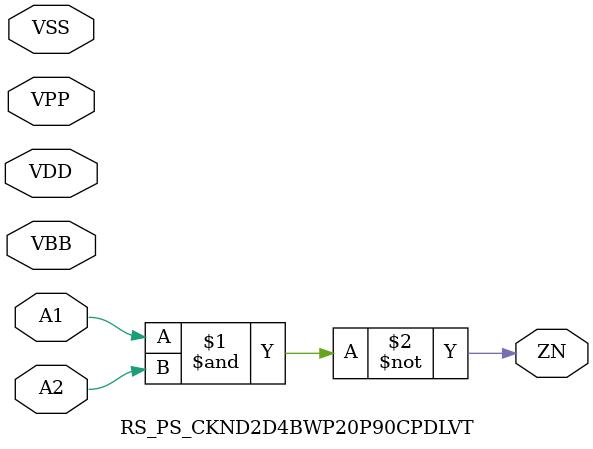
<source format=v>
`timescale 1ns / 1ps


module phase_sel_1_8( RESETB, phin, s_ph, o_sel_ph, DGND, DVDD );
    // Port declarations
    input RESETB;
    input [3:0]  phin;
    input [2:0]  s_ph;
    output o_sel_ph;
    inout DGND;
    inout DVDD;
    // Net declarations
    wire  RSTB;
    wire  net1;
    wire  net2;
    wire  s_ph01;
    wire  [2:0] s_ph1;
    wire  s_ph23;
    wire  sel_ph_0123;
    wire  sel_ph_0123d;
    wire  sel_ph_0123db;
    RS_INVD3BWP20P90CPDLVT  I56( net1, RSTB, DVDD, DGND, DVDD, DGND );
    RS_INVD2BWP20P90CPDLVT  I36( sel_ph_0123db, net2, DVDD, DGND, DVDD, DGND );
    RS_INVD2BWP20P90CPDLVT  I86( sel_ph_0123, sel_ph_0123db, DVDD, DGND, DVDD, DGND);
    RS_INVD1BWP20P90CPDLVT  I57( RESETB, net1, DVDD, DGND, DVDD, DGND );
    glitchless_mux2d4  I89( RSTB, {sel_ph_0123db, sel_ph_0123d}, s_ph1[2], o_sel_ph, DGND, DVDD );
//glitchless_mux2<=glitchless_mux2d4
    glitchless_mux2d4  I84( RSTB, {s_ph23, s_ph01}, s_ph1[1], sel_ph_0123, DGND, DVDD );
    glitchless_mux2d4  I94( RSTB, {phin[1], phin[0]}, s_ph1[0], s_ph01, DGND, DVDD);
    glitchless_mux2d4  I95( RSTB, {phin[3], phin[2]}, s_ph1[0], s_ph23, DGND, DVDD);
    RS_BUFFD1BWP20P90CPDLVT  I55[2:0]( s_ph, s_ph1, {DVDD, DVDD, DVDD}, {DGND,
        DGND, DGND}, {DVDD, DVDD, DVDD}, {DGND, DGND, DGND} );
    RS_BUFFD2BWP20P90CPDLVT  I85( sel_ph_0123, sel_ph_0123d, DVDD, DGND, DVDD, DGND);
endmodule //phase_sel_1_8

////////////////////////////////////////////////////////////////////////////////
// Library          : yk_gemini_0713
// Cell             : glitchless_mux2
// View             : schematic
// View Search List : verilog functional behavioral cmos.sch cmos_sch schematic symbol
// View Stop List   : functional behavioral symbol
////////////////////////////////////////////////////////////////////////////////

////////////////////////////////////////////////////////////////////////////////
module glitchless_mux2d4( RESETB, phin, s_ph, out, DGND, DVDD );
    input RESETB;
    input [1:0]  phin;
    input s_ph;
    output out;
    inout DGND;
    inout DVDD;
    wire  RSTB;
    wire  net146;
    wire  net159;
    wire  net184;
    wire  net185;
    wire  net190;
    wire  net216;
    wire  net219;
    wire  net82;
    wire  s2_ph03;
    wire  s2_ph47;
    RS_INVD3BWP20P90CPDLVT  I56( net82, RSTB, DVDD, DGND, DVDD, DGND );
    RS_PS_CKND2D4BWP20P90CPDLVT  I78( net184, net185, out, DVDD, DGND, DVDD, DGND );
    RS_NR2D1BWP20P90CPDLVT  I75( s2_ph03, s_ph, net216, DVDD, DGND, DVDD, DGND );
    RS_NR2D1BWP20P90CPDLVT  I72( net190, s2_ph47, net159, DVDD, DGND, DVDD, DGND );
    RS_INVD1BWP20P90CPDLVT  I74( s_ph, net190, DVDD, DGND, DVDD, DGND );
    RS_INVD1BWP20P90CPDLVT  I57( RESETB, net82, DVDD, DGND, DVDD, DGND );
    RS_DFNCNQD2BWP20P90CPDLVT  I68( net146, phin[1], RSTB, s2_ph03, DVDD, DGND, DVDD, DGND );
    RS_DFNCNQD2BWP20P90CPDLVT  I71( net219, phin[0], RSTB, s2_ph47, DVDD, DGND, DVDD, DGND );
    RS_CKND2D1BWP20P90CPDLVT  I77( s2_ph47, phin[0], net185, DVDD, DGND, DVDD, DGND);
    RS_CKND2D1BWP20P90CPDLVT  I76( s2_ph03, phin[1], net184, DVDD, DGND, DVDD, DGND);
    RS_DFCNQD2BWP20P90CPDLVT  I70( net216, phin[0], RSTB, net219, DVDD, DGND, DVDD, DGND );
    RS_DFCNQD2BWP20P90CPDLVT  I69( net159, phin[1], RSTB, net146, DVDD, DGND, DVDD, DGND );
endmodule //glitchless_mux2d4

module RS_PS_CKND2D4BWP20P90CPDLVT( A1, A2, ZN, VDD, VSS, VPP, VBB );
    input A1;
    input A2;
    output ZN;
    inout VDD;
    inout VSS;
    inout VPP;
    inout VBB;

        nand (ZN,A1,A2);
        specify
                specparam
                        tplh0 = 0.035,  // 30ps
                        tphl0 = 0.035,
                        tplh1 = 0.035,
                        tphl1 = 0.035;
                (A2 => ZN) = (tplh0,tphl0);
                (A1 => ZN) = (tplh1,tphl1);
        endspecify
endmodule //RS_CKND2D2BWP20P90CPDLVT


</source>
